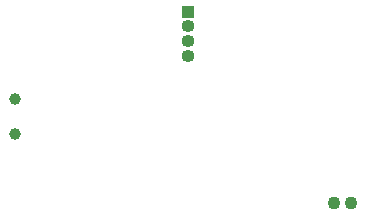
<source format=gbs>
G04 #@! TF.GenerationSoftware,KiCad,Pcbnew,(5.1.6)-1*
G04 #@! TF.CreationDate,2020-12-22T11:02:33+08:00*
G04 #@! TF.ProjectId,V1.0,56312e30-2e6b-4696-9361-645f70636258,rev?*
G04 #@! TF.SameCoordinates,Original*
G04 #@! TF.FileFunction,Soldermask,Bot*
G04 #@! TF.FilePolarity,Negative*
%FSLAX46Y46*%
G04 Gerber Fmt 4.6, Leading zero omitted, Abs format (unit mm)*
G04 Created by KiCad (PCBNEW (5.1.6)-1) date 2020-12-22 11:02:33*
%MOMM*%
%LPD*%
G01*
G04 APERTURE LIST*
%ADD10C,1.100000*%
%ADD11C,1.000000*%
%ADD12O,1.100000X1.100000*%
%ADD13R,1.100000X1.100000*%
G04 APERTURE END LIST*
D10*
X44489600Y-36073500D03*
X43089600Y-36073500D03*
D11*
X16033500Y-30202000D03*
X16033500Y-27202000D03*
D12*
X30734000Y-23582000D03*
X30734000Y-22332000D03*
X30734000Y-21082000D03*
D13*
X30734000Y-19832000D03*
M02*

</source>
